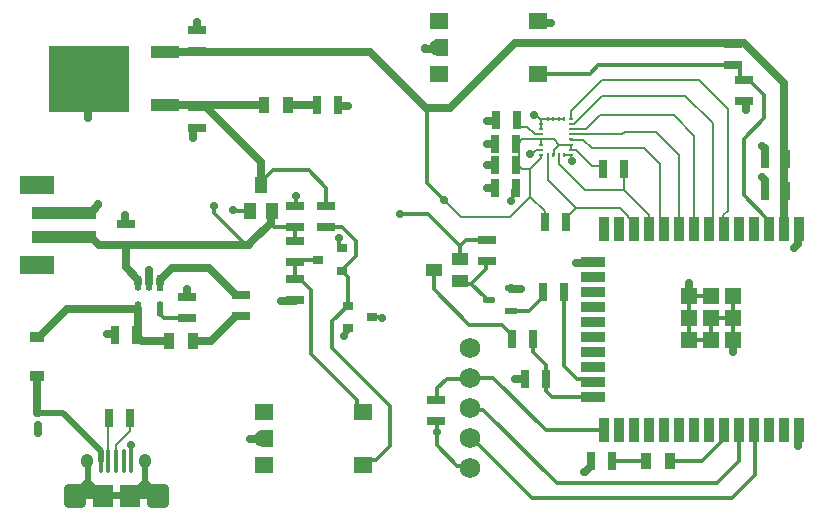
<source format=gtl>
G04*
G04 #@! TF.GenerationSoftware,Altium Limited,Altium Designer,22.6.1 (34)*
G04*
G04 Layer_Physical_Order=1*
G04 Layer_Color=255*
%FSLAX44Y44*%
%MOMM*%
G71*
G04*
G04 #@! TF.SameCoordinates,A7F95BF2-09E6-4EF4-AC3E-D413731AB972*
G04*
G04*
G04 #@! TF.FilePolarity,Positive*
G04*
G01*
G75*
%ADD13C,0.2000*%
%ADD16R,6.8000X5.5500*%
%ADD17R,2.4000X1.0000*%
%ADD18R,0.9000X2.0000*%
%ADD19R,2.0000X0.9000*%
%ADD20R,1.3300X1.3300*%
%ADD21R,1.5240X0.7620*%
%ADD22R,0.7620X1.5240*%
%ADD23C,1.2600*%
%ADD24R,1.6000X1.3950*%
%ADD25R,0.9000X0.8000*%
%ADD26R,0.3500X0.2300*%
%ADD27R,0.2300X0.3500*%
%ADD28R,0.9000X1.4500*%
%ADD29R,1.2200X0.9700*%
%ADD30R,1.4000X1.0000*%
G04:AMPARAMS|DCode=31|XSize=0.4mm|YSize=2mm|CornerRadius=0.1mm|HoleSize=0mm|Usage=FLASHONLY|Rotation=0.000|XOffset=0mm|YOffset=0mm|HoleType=Round|Shape=RoundedRectangle|*
%AMROUNDEDRECTD31*
21,1,0.4000,1.8000,0,0,0.0*
21,1,0.2000,2.0000,0,0,0.0*
1,1,0.2000,0.1000,-0.9000*
1,1,0.2000,-0.1000,-0.9000*
1,1,0.2000,-0.1000,0.9000*
1,1,0.2000,0.1000,0.9000*
%
%ADD31ROUNDEDRECTD31*%
%ADD32R,1.8000X1.9000*%
G04:AMPARAMS|DCode=33|XSize=1.0746mm|YSize=0.538mm|CornerRadius=0.269mm|HoleSize=0mm|Usage=FLASHONLY|Rotation=180.000|XOffset=0mm|YOffset=0mm|HoleType=Round|Shape=RoundedRectangle|*
%AMROUNDEDRECTD33*
21,1,1.0746,0.0000,0,0,180.0*
21,1,0.5366,0.5380,0,0,180.0*
1,1,0.5380,-0.2683,0.0000*
1,1,0.5380,0.2683,0.0000*
1,1,0.5380,0.2683,0.0000*
1,1,0.5380,-0.2683,0.0000*
%
%ADD33ROUNDEDRECTD33*%
%ADD34R,1.0746X0.5380*%
%ADD35R,0.5000X0.6000*%
%ADD36R,1.0000X1.4000*%
%ADD37R,3.0000X1.6000*%
%ADD38R,5.5000X1.0000*%
G04:AMPARAMS|DCode=39|XSize=1.3383mm|YSize=0.578mm|CornerRadius=0.289mm|HoleSize=0mm|Usage=FLASHONLY|Rotation=270.000|XOffset=0mm|YOffset=0mm|HoleType=Round|Shape=RoundedRectangle|*
%AMROUNDEDRECTD39*
21,1,1.3383,0.0000,0,0,270.0*
21,1,0.7603,0.5780,0,0,270.0*
1,1,0.5780,0.0000,-0.3802*
1,1,0.5780,0.0000,0.3802*
1,1,0.5780,0.0000,0.3802*
1,1,0.5780,0.0000,-0.3802*
%
%ADD39ROUNDEDRECTD39*%
%ADD40R,0.5780X1.3383*%
%ADD58C,0.7000*%
%ADD59C,0.3000*%
%ADD60C,0.5000*%
G04:AMPARAMS|DCode=61|XSize=1.25mm|YSize=1.05mm|CornerRadius=0.525mm|HoleSize=0mm|Usage=FLASHONLY|Rotation=270.000|XOffset=0mm|YOffset=0mm|HoleType=Round|Shape=RoundedRectangle|*
%AMROUNDEDRECTD61*
21,1,1.2500,0.0000,0,0,270.0*
21,1,0.2000,1.0500,0,0,270.0*
1,1,1.0500,0.0000,-0.1000*
1,1,1.0500,0.0000,0.1000*
1,1,1.0500,0.0000,0.1000*
1,1,1.0500,0.0000,-0.1000*
%
%ADD61ROUNDEDRECTD61*%
G04:AMPARAMS|DCode=62|XSize=2.1mm|YSize=1.9mm|CornerRadius=0.475mm|HoleSize=0mm|Usage=FLASHONLY|Rotation=270.000|XOffset=0mm|YOffset=0mm|HoleType=Round|Shape=RoundedRectangle|*
%AMROUNDEDRECTD62*
21,1,2.1000,0.9500,0,0,270.0*
21,1,1.1500,1.9000,0,0,270.0*
1,1,0.9500,-0.4750,-0.5750*
1,1,0.9500,-0.4750,0.5750*
1,1,0.9500,0.4750,0.5750*
1,1,0.9500,0.4750,-0.5750*
%
%ADD62ROUNDEDRECTD62*%
%ADD63C,1.7500*%
%ADD64C,0.7000*%
G36*
X685210Y654447D02*
Y637937D01*
X695370Y627777D01*
X718230D01*
X728390Y637937D01*
Y654447D01*
X733470D01*
Y637937D01*
X742360Y629047D01*
Y621427D01*
X671240D01*
Y629047D01*
X680130Y637937D01*
Y654447D01*
X685210D01*
D02*
G37*
G36*
X839846Y666060D02*
X830821Y666060D01*
X830134D01*
X828787Y666329D01*
X827517Y666854D01*
X826375Y667618D01*
X825403Y668589D01*
X824640Y669732D01*
X824114Y671001D01*
X823846Y672348D01*
Y673036D01*
D01*
Y673085D01*
Y673773D01*
X824114Y675120D01*
X824640Y676389D01*
X825403Y677532D01*
X826375Y678503D01*
X827517Y679267D01*
X828787Y679792D01*
X830134Y680061D01*
X830821D01*
Y680061D01*
X839846D01*
Y666060D01*
D02*
G37*
G36*
X988157Y997106D02*
X979132Y997106D01*
X978445D01*
X977097Y997374D01*
X975828Y997899D01*
X974685Y998663D01*
X973714Y999634D01*
X972951Y1000777D01*
X972425Y1002046D01*
X972157Y1003394D01*
Y1004081D01*
D01*
Y1004131D01*
Y1004818D01*
X972425Y1006165D01*
X972951Y1007434D01*
X973714Y1008577D01*
X974685Y1009548D01*
X975828Y1010312D01*
X977097Y1010837D01*
X978445Y1011106D01*
X979132D01*
Y1011106D01*
X988157D01*
Y997106D01*
D02*
G37*
D13*
X1045884Y939347D02*
X1048694Y936537D01*
X1045884Y939347D02*
Y942234D01*
X1048694Y936537D02*
X1055108D01*
X1061218Y930427D01*
X984354Y874927D02*
Y874927D01*
Y874927D02*
X998675Y860605D01*
X1040625D02*
X1041797Y861777D01*
Y861938D01*
X998675Y860605D02*
X1040625D01*
X1061970Y917527D02*
X1066720D01*
X1058525Y914082D02*
X1061970Y917527D01*
X1057618Y914082D02*
X1058525D01*
X1041797Y861938D02*
X1057493Y877634D01*
Y901480D01*
Y877634D02*
X1069610Y865517D01*
Y856788D02*
X1070330Y856068D01*
X1069610Y856788D02*
Y865517D01*
X1047367Y904290D02*
X1050177Y901480D01*
X1047367Y904290D02*
Y904335D01*
X1050177Y901480D02*
X1057493D01*
X1050355Y926127D02*
X1066720D01*
X1047545Y923317D02*
X1050355Y926127D01*
X1047545Y904513D02*
Y923317D01*
X1066720Y921827D02*
Y926127D01*
X1047367Y904335D02*
X1047545Y904513D01*
X1061218Y930427D02*
X1066720D01*
X1066120Y943327D02*
X1066720D01*
X1063990Y945458D02*
X1066120Y943327D01*
X1061658Y945458D02*
X1063990D01*
X1060701Y946414D02*
X1061658Y945458D01*
X1092114Y908540D02*
X1092508Y908146D01*
X1091720Y913227D02*
X1091964D01*
X1092114Y913077D01*
Y908540D02*
Y913077D01*
X1066720Y939027D02*
Y943327D01*
Y934727D02*
Y939027D01*
X1081370Y943327D02*
X1085670D01*
X1077070D02*
X1081370D01*
X1072770D02*
X1077070D01*
X1066720D02*
X1072770D01*
X1085670Y913227D02*
X1091720D01*
X854534Y870038D02*
X858344D01*
X707110Y654597D02*
Y667098D01*
X718890Y678879D01*
X706800Y654287D02*
X707110Y654597D01*
X718890Y678879D02*
Y690000D01*
X700300Y654287D02*
Y689190D01*
X701110Y690000D01*
X1117782Y976230D02*
X1200375D01*
X1091720Y943327D02*
Y950168D01*
X1117782Y976230D01*
X1200375D02*
X1224852Y951754D01*
Y865712D02*
Y951754D01*
X1220969Y861828D02*
X1224852Y865712D01*
X1118258Y963023D02*
X1188870D01*
X1096470Y941236D02*
X1118258Y963023D01*
X1188870D02*
X1211881Y940012D01*
Y852681D02*
Y940012D01*
X1209200Y850000D02*
X1211881Y852681D01*
X1178864Y946515D02*
X1196316Y929063D01*
Y850184D02*
X1196500Y850000D01*
X1196316Y850184D02*
Y929063D01*
X1116623Y946515D02*
X1178864D01*
X1104985Y934877D02*
X1116623Y946515D01*
X1183580Y850220D02*
X1183800Y850000D01*
X1163534Y932836D02*
X1183580Y912790D01*
Y850220D02*
Y912790D01*
X1137607Y932836D02*
X1163534D01*
X1135349Y930577D02*
X1137607Y932836D01*
X1154081Y918706D02*
X1167072Y905715D01*
Y859528D02*
Y905715D01*
X1109613Y918706D02*
X1154081D01*
X1171100Y850000D02*
Y855500D01*
X1167072Y859528D02*
X1171100Y855500D01*
X1057493Y901480D02*
X1066408Y910396D01*
X1066558Y913227D02*
X1066720D01*
X1066408Y913077D02*
X1066558Y913227D01*
X1066408Y910396D02*
Y913077D01*
X1136714Y883286D02*
X1158172Y861828D01*
X1136439Y883561D02*
X1136714Y883286D01*
X1136439Y883561D02*
Y900770D01*
X1109311Y904050D02*
X1115849D01*
X1118659Y900770D02*
Y901240D01*
X1091870Y917377D02*
X1095983D01*
X1109311Y904050D01*
X1115849D02*
X1118659Y901240D01*
X1091720Y917527D02*
X1091870Y917377D01*
X1081370Y905580D02*
X1103664Y883286D01*
X1136714D01*
X1102342Y925977D02*
X1109613Y918706D01*
X1091870Y934877D02*
X1104985D01*
X1091870Y925977D02*
X1102342D01*
X1091870Y930577D02*
X1135349D01*
X1091720Y930427D02*
X1091870Y930577D01*
X1091720Y926127D02*
X1091870Y925977D01*
X1091720Y934727D02*
X1091870Y934877D01*
X1220969Y850931D02*
X1221900Y850000D01*
X1220969Y850931D02*
Y861828D01*
X1094713Y939177D02*
X1096470Y940935D01*
X1091720Y939027D02*
X1091870Y939177D01*
X1094713D01*
X1096470Y940935D02*
Y941236D01*
X1088110Y859878D02*
X1096425Y868194D01*
Y868333D01*
X1088110Y856068D02*
Y859878D01*
X1072770Y891988D02*
Y913227D01*
X1096425Y868333D02*
X1133410D01*
X1072770Y891988D02*
X1096425Y868333D01*
X1077220Y917602D02*
X1081445Y921827D01*
X1077220Y913377D02*
Y917602D01*
X1077070Y913227D02*
X1077220Y913377D01*
X1091720Y917527D02*
Y921827D01*
X1077145Y926127D02*
X1081445Y921827D01*
X1066720Y926127D02*
X1077145D01*
X1081445Y921827D02*
X1091720D01*
X1081370Y905580D02*
Y913227D01*
X1133410Y868333D02*
X1140500Y861243D01*
Y860700D02*
X1145700Y855500D01*
X1140500Y860700D02*
Y861243D01*
X1145700Y850000D02*
Y855500D01*
X1158172Y850228D02*
X1158400Y850000D01*
X1158172Y850228D02*
Y861828D01*
D16*
X684070Y977700D02*
D03*
D17*
X748070Y1000500D02*
D03*
Y954900D02*
D03*
D18*
X1285400Y850000D02*
D03*
X1272700D02*
D03*
X1260000D02*
D03*
X1247300D02*
D03*
X1234600D02*
D03*
X1221900D02*
D03*
X1209200D02*
D03*
X1196500D02*
D03*
X1183800D02*
D03*
X1171100D02*
D03*
X1158400D02*
D03*
X1145700D02*
D03*
X1133000D02*
D03*
X1120300D02*
D03*
Y680000D02*
D03*
X1133000D02*
D03*
X1145700D02*
D03*
X1158400D02*
D03*
X1171100D02*
D03*
X1183800D02*
D03*
X1196500D02*
D03*
X1209200D02*
D03*
X1221900D02*
D03*
X1234600D02*
D03*
X1247300D02*
D03*
X1260000D02*
D03*
X1272700D02*
D03*
X1285400D02*
D03*
D19*
X1110300Y822150D02*
D03*
Y809450D02*
D03*
Y796750D02*
D03*
Y784050D02*
D03*
Y771350D02*
D03*
Y758650D02*
D03*
Y745950D02*
D03*
Y733250D02*
D03*
Y720550D02*
D03*
Y707850D02*
D03*
D20*
X1228750Y793350D02*
D03*
Y775000D02*
D03*
Y756650D02*
D03*
X1210400Y793350D02*
D03*
Y775000D02*
D03*
Y756650D02*
D03*
X1192050Y793350D02*
D03*
Y775000D02*
D03*
Y756650D02*
D03*
D21*
X1229093Y1006949D02*
D03*
Y989169D02*
D03*
X977964Y687610D02*
D03*
Y705390D02*
D03*
X1020876Y840687D02*
D03*
Y822907D02*
D03*
X1238520Y958901D02*
D03*
Y976681D02*
D03*
X884618Y852258D02*
D03*
Y870038D02*
D03*
X858344Y822172D02*
D03*
Y839952D02*
D03*
Y870038D02*
D03*
Y852258D02*
D03*
Y807667D02*
D03*
Y789887D02*
D03*
X775062Y1018731D02*
D03*
Y1000951D02*
D03*
X766565Y792354D02*
D03*
Y774574D02*
D03*
X775180Y953261D02*
D03*
Y935481D02*
D03*
X715080Y854817D02*
D03*
Y837037D02*
D03*
X812259Y794209D02*
D03*
Y776429D02*
D03*
D22*
X1045548Y904158D02*
D03*
X1027768D02*
D03*
X1045884Y942234D02*
D03*
X1028104D02*
D03*
X1027694Y885346D02*
D03*
X1045474D02*
D03*
X1052628Y723639D02*
D03*
X1070408D02*
D03*
X1136439Y900770D02*
D03*
X1118659D02*
D03*
X1088110Y856068D02*
D03*
X1070330D02*
D03*
X1085988Y796789D02*
D03*
X1068208D02*
D03*
X1041832Y756862D02*
D03*
X1059612D02*
D03*
X1256183Y882610D02*
D03*
X1273963D02*
D03*
X1256183Y909493D02*
D03*
X1273963D02*
D03*
X1027768Y922599D02*
D03*
X1045548D02*
D03*
X1126607Y653628D02*
D03*
X1108827D02*
D03*
X701110Y690000D02*
D03*
X718890D02*
D03*
X706190Y760417D02*
D03*
X723970D02*
D03*
X894802Y955354D02*
D03*
X877022D02*
D03*
D23*
X832511Y673061D02*
D03*
X980821Y1004106D02*
D03*
D24*
X831846Y650585D02*
D03*
Y695536D02*
D03*
X915946D02*
D03*
Y650585D02*
D03*
X980157Y981631D02*
D03*
Y1026581D02*
D03*
X1064257D02*
D03*
Y981631D02*
D03*
D25*
X897946Y814984D02*
D03*
Y833984D02*
D03*
X877946Y824483D02*
D03*
X903441Y785180D02*
D03*
Y766180D02*
D03*
X923441Y775680D02*
D03*
D26*
X1066720Y913227D02*
D03*
Y917527D02*
D03*
Y921827D02*
D03*
Y926127D02*
D03*
Y930427D02*
D03*
Y934727D02*
D03*
Y939027D02*
D03*
Y943327D02*
D03*
X1091720D02*
D03*
Y939027D02*
D03*
Y934727D02*
D03*
Y930427D02*
D03*
Y926127D02*
D03*
Y921827D02*
D03*
Y917527D02*
D03*
Y913227D02*
D03*
D27*
X1072770D02*
D03*
Y943327D02*
D03*
X1077070D02*
D03*
X1081370D02*
D03*
X1085670D02*
D03*
X1077070Y913227D02*
D03*
X1081370D02*
D03*
X1085670D02*
D03*
D28*
X1155709Y654215D02*
D03*
X1175709D02*
D03*
X852172Y955354D02*
D03*
X832172D02*
D03*
X771919Y755359D02*
D03*
X751919D02*
D03*
D29*
X640125Y758707D02*
D03*
Y725907D02*
D03*
D30*
X975864Y815483D02*
D03*
X997864Y824983D02*
D03*
Y805983D02*
D03*
D31*
X719800Y654287D02*
D03*
X713300D02*
D03*
X706800D02*
D03*
X700300D02*
D03*
X693800D02*
D03*
D32*
X695300Y624287D02*
D03*
X718300D02*
D03*
D33*
X1022328Y790451D02*
D03*
X1041028Y799951D02*
D03*
D34*
Y780951D02*
D03*
D35*
X640537Y694138D02*
D03*
Y684138D02*
D03*
D36*
X829535Y887682D02*
D03*
X839035Y865682D02*
D03*
X820035D02*
D03*
D37*
X640125Y887945D02*
D03*
Y819945D02*
D03*
D38*
X662625Y843945D02*
D03*
Y863945D02*
D03*
D39*
X744270Y782628D02*
D03*
X725270D02*
D03*
Y804952D02*
D03*
X734770D02*
D03*
D40*
X744270D02*
D03*
D58*
Y807533D01*
X753849Y817113D01*
X785546D01*
X821102Y838898D02*
X837535Y855331D01*
X819241Y837037D02*
X821102Y838898D01*
X837535Y864182D02*
X839035Y865682D01*
X837535Y855331D02*
Y864182D01*
X1027694Y885237D02*
Y885346D01*
X1021046Y884927D02*
X1027384D01*
X1027694Y885237D01*
X1020833Y904277D02*
X1027458D01*
X1027500Y904319D01*
Y904426D01*
X1020727Y922671D02*
X1027697D01*
X1027768Y922599D01*
X979793Y1003077D02*
X980821Y1004106D01*
X968517Y1003158D02*
X968597Y1003077D01*
X979793D01*
X1021005Y941668D02*
X1027794D01*
X1028104Y941978D02*
Y942234D01*
X1027794Y941668D02*
X1028104Y941978D01*
X1253459Y894081D02*
X1255873Y891666D01*
Y882920D02*
Y891666D01*
Y882920D02*
X1256183Y882610D01*
X1254034Y920740D02*
X1255873Y918901D01*
Y909803D02*
X1256183Y909493D01*
X1255873Y909803D02*
Y918901D01*
X1239767Y950741D02*
Y957654D01*
X1064257Y1026581D02*
X1065742Y1025096D01*
X1075355D01*
X1103457Y644448D02*
X1108827Y649818D01*
X1102829Y644448D02*
X1103457D01*
X1108827Y649818D02*
Y653628D01*
X1284400Y666637D02*
Y679000D01*
X1283926Y666163D02*
X1284400Y666637D01*
Y679000D02*
X1285400Y680000D01*
X1228750Y756650D02*
X1229132Y756268D01*
Y745910D02*
Y756268D01*
X1192050Y793350D02*
X1192075Y793375D01*
Y804251D01*
X1280412Y834018D02*
X1283900Y837506D01*
Y848500D01*
X1096172Y821908D02*
X1110058D01*
X1110300Y822150D01*
X1041028Y799951D02*
X1041115Y799864D01*
X1049337D01*
X1044429Y723392D02*
X1052381D01*
X1052628Y723639D01*
X831761Y672310D02*
X832511Y673061D01*
X820231Y672310D02*
X831761D01*
X640518Y677385D02*
Y684119D01*
X640527Y684129D01*
X846796Y789636D02*
X858093D01*
X858219Y789762D01*
X698901Y761212D02*
X705880D01*
X706190Y760417D02*
Y760902D01*
X705880Y761212D02*
X706190Y760902D01*
X766445Y792473D02*
Y799688D01*
Y792473D02*
X766565Y792354D01*
X734770Y804952D02*
X734781Y804963D01*
Y815281D01*
X771785Y935171D02*
X772095Y935481D01*
X775180D01*
X771785Y927435D02*
Y935171D01*
X895112Y954185D02*
X902733D01*
X894802Y954495D02*
Y955354D01*
Y954495D02*
X895112Y954185D01*
X775062Y1018731D02*
X775380D01*
X775690Y1019041D01*
Y1025244D01*
X989133Y952399D02*
X1044882Y1008148D01*
X1229093D01*
X748524Y955354D02*
X782041D01*
X1229093Y1008148D02*
X1238098D01*
X1272700Y905022D02*
Y946016D01*
Y850000D02*
Y879096D01*
Y905022D01*
X1238098Y1008148D02*
X1272700Y973546D01*
Y946016D02*
Y973546D01*
X691761Y870581D02*
Y871278D01*
X685125Y863945D02*
X691761Y870581D01*
X662625Y863945D02*
X685125D01*
X714368Y855127D02*
X714678Y854817D01*
X715080D01*
X714368Y855127D02*
Y862262D01*
X682702Y944544D02*
Y976332D01*
X684070Y977700D01*
X781587Y954900D02*
X782041Y955354D01*
X832172D01*
X781587Y954900D02*
X829535Y906953D01*
Y889682D02*
Y906953D01*
X969554Y952399D02*
X989133D01*
X852172Y955354D02*
X877022D01*
X775180Y953261D02*
X778989D01*
X755070Y1000500D02*
X921452D01*
X748070D02*
X755070D01*
X921452D02*
X969554Y952399D01*
X829535Y887682D02*
Y889682D01*
X715080Y837037D02*
X819241D01*
X785546Y817113D02*
X808449Y794209D01*
X812259D01*
X787379Y755359D02*
X808449Y776429D01*
X771919Y755359D02*
X787379D01*
X808449Y776429D02*
X812259D01*
X725270Y758926D02*
X728836Y755359D01*
X751919D01*
X725270Y758926D02*
Y782628D01*
X641375Y758707D02*
X665296Y782628D01*
X725270D01*
X640125Y758707D02*
X641375D01*
X715080Y817723D02*
X725270Y807533D01*
Y804952D02*
Y807533D01*
X715080Y817723D02*
Y837037D01*
X692033D02*
X715080D01*
X662625Y843945D02*
X685125D01*
X692033Y837037D01*
X640125Y694549D02*
X640537Y694138D01*
X640125Y694549D02*
Y725907D01*
D59*
X747417Y774668D02*
X766471D01*
X744270Y782628D02*
X744801Y782096D01*
Y777283D02*
X747417Y774668D01*
X744801Y777283D02*
Y782096D01*
X806120Y866783D02*
X807221Y865682D01*
X820035D01*
X790000Y863687D02*
X816650Y837037D01*
X790000Y863687D02*
Y870000D01*
X840607Y852258D02*
X858344D01*
X837535Y855331D02*
X840607Y852258D01*
X1005839Y769122D02*
X1033382D01*
X1041832Y760672D01*
X975864Y799098D02*
X1005839Y769122D01*
X1041832Y756862D02*
Y760672D01*
X975864Y799098D02*
Y815483D01*
X1001785Y804062D02*
X1003266Y802581D01*
Y804062D02*
X1007606D01*
X1001785D02*
X1003266D01*
X1019899Y820600D02*
X1022207Y822907D01*
X1007606Y804062D02*
X1019899Y816355D01*
Y820600D01*
X1007606Y804062D02*
X1019190Y792478D01*
X1002892Y840687D02*
X1022207D01*
X997864Y835658D02*
X1002892Y840687D01*
X997864Y824983D02*
Y835658D01*
X970898Y862624D02*
X997864Y835658D01*
X947088Y862624D02*
X970898D01*
X984354Y874927D02*
X984354D01*
X969674Y889606D02*
X984354Y874927D01*
X969674Y889606D02*
Y952279D01*
X1283900Y848500D02*
X1285400Y850000D01*
X1235091Y978991D02*
X1237401Y976681D01*
X1235091Y978991D02*
Y986859D01*
X1233122Y988828D02*
X1235091Y986859D01*
X1115067Y988828D02*
X1233122D01*
X1237401Y976681D02*
X1242330D01*
X1257000Y853000D02*
Y859809D01*
X1238025Y878785D02*
Y926492D01*
Y878785D02*
X1257000Y859809D01*
Y853000D02*
X1260000Y850000D01*
X1238025Y926492D02*
X1255479Y943946D01*
X1242330Y976681D02*
X1255479Y963532D01*
Y943946D02*
Y963532D01*
X1107869Y981631D02*
X1115067Y988828D01*
X923441Y775680D02*
X923644Y775477D01*
X931897D01*
X932101Y775273D01*
X858344Y870038D02*
X858922Y870615D01*
Y878004D01*
X1041297Y875251D02*
X1043164Y877118D01*
X1041297Y874169D02*
Y875251D01*
X1043164Y883036D02*
X1045474Y885346D01*
X1043164Y877118D02*
Y883036D01*
X1027500Y904426D02*
X1027768Y904158D01*
X995596Y649946D02*
X1005022D01*
X1006678Y648290D01*
X978123Y667419D02*
Y678156D01*
Y667419D02*
X995596Y649946D01*
X978123Y678156D02*
Y687451D01*
X977964Y687610D02*
X978123Y687451D01*
X640527Y684129D02*
X640537Y684138D01*
X719725Y654361D02*
X719800Y654287D01*
X719725Y654361D02*
Y667775D01*
X719651Y667849D02*
X719725Y667775D01*
X895764Y836165D02*
Y842432D01*
Y836165D02*
X897946Y833984D01*
X858219Y789762D02*
X858344Y789887D01*
X900000Y760000D02*
X903441Y763441D01*
Y766180D01*
X978839Y715935D02*
X986616Y723712D01*
X977964Y705390D02*
X978839Y706264D01*
Y715935D01*
X986616Y723712D02*
X1005900D01*
X1006678Y724490D01*
X890000Y749245D02*
Y772239D01*
X902941Y785180D01*
X862154Y807667D02*
X871567Y798255D01*
Y744679D02*
Y798255D01*
Y744679D02*
X910993Y705253D01*
X1234005Y653841D02*
Y679123D01*
X1215451Y635286D02*
X1234005Y653841D01*
X1079672Y635286D02*
X1215451D01*
X1017642Y697316D02*
X1079672Y635286D01*
X1227964Y622481D02*
X1247515Y642033D01*
X1059296Y622481D02*
X1227964D01*
X1008087Y673690D02*
X1059296Y622481D01*
X1228750Y756650D02*
Y775000D01*
X1192050D02*
Y793350D01*
X1210400Y756650D02*
Y775000D01*
X1192050Y756650D02*
X1210400D01*
X1192050D02*
Y775000D01*
X1210400D02*
X1228750D01*
Y793350D01*
X1192050D02*
X1210400D01*
X1238520Y958901D02*
X1239767Y957654D01*
X939110Y666947D02*
Y700136D01*
X890000Y749245D02*
X939110Y700136D01*
X915946Y650585D02*
X919887Y654526D01*
X926689D01*
X939110Y666947D01*
X902941Y785180D02*
X903441D01*
X910993Y700489D02*
X915946Y695536D01*
X910993Y700489D02*
Y705253D01*
X858344Y807667D02*
X862154D01*
X903441Y785180D02*
Y809988D01*
X898446Y814984D02*
X903441Y809988D01*
X897742Y852258D02*
X910000Y840000D01*
X884618Y852258D02*
X897742D01*
X900946Y817484D02*
Y817984D01*
X910000Y827038D01*
X898446Y814984D02*
X900946Y817484D01*
X910000Y827038D02*
Y840000D01*
X858344Y822172D02*
X862154D01*
X864466Y824483D02*
X877946D01*
X862154Y822172D02*
X864466Y824483D01*
X858344Y807667D02*
Y822172D01*
X839853Y900000D02*
X870000D01*
X829535Y889682D02*
X839853Y900000D01*
X870000D02*
X884618Y885382D01*
Y870038D02*
Y885382D01*
X858344Y839952D02*
Y852258D01*
X1096609Y723550D02*
X1107300D01*
X1085988Y734171D02*
Y796789D01*
Y734171D02*
X1096609Y723550D01*
X1107300D02*
X1110300Y720550D01*
X1041028Y780951D02*
X1056180D01*
X1068208Y792979D02*
Y796789D01*
X1056180Y780951D02*
X1068208Y792979D01*
X1070408Y713152D02*
X1075710Y707850D01*
X1110300D01*
X1070408Y713152D02*
Y735551D01*
X1059612Y746346D02*
X1070408Y735551D01*
X1059612Y746346D02*
Y756862D01*
X999864Y805983D02*
X1001785Y804062D01*
X1019190Y791550D02*
X1020289Y790451D01*
X1022328D01*
X1019190Y791550D02*
Y792478D01*
X999864Y805983D02*
X1001785Y804062D01*
X997864Y805983D02*
X999864D01*
X1064257Y981631D02*
X1107869D01*
X1006678Y724490D02*
X1006901Y724267D01*
X1006678Y673690D02*
X1008087D01*
X1008452Y697316D02*
X1017642D01*
X1006678Y699090D02*
X1008452Y697316D01*
X1006901Y724267D02*
X1026161D01*
X1070428Y680000D02*
X1120300D01*
X1026161Y724267D02*
X1070428Y680000D01*
X1202865Y654215D02*
X1218900Y670250D01*
Y677000D02*
X1221900Y680000D01*
X1175709Y654215D02*
X1202865D01*
X1218900Y670250D02*
Y677000D01*
X1155121Y653628D02*
X1155709Y654215D01*
X1126607Y653628D02*
X1155121D01*
X1247515Y642033D02*
Y679785D01*
X1234005Y679123D02*
X1234741Y679859D01*
X1247300Y680000D02*
X1247515Y679785D01*
X1120300Y680000D02*
X1120300Y680000D01*
D60*
X640537Y694138D02*
X661949D01*
X693800Y662287D01*
Y654287D02*
Y662287D01*
D61*
X731050Y654287D02*
D03*
X682550D02*
D03*
D62*
X741925Y624287D02*
D03*
X671675D02*
D03*
D63*
X1006678Y749890D02*
D03*
Y699090D02*
D03*
Y724490D02*
D03*
Y673690D02*
D03*
Y648290D02*
D03*
D64*
X806120Y866783D02*
D03*
X1021046Y884927D02*
D03*
X1020833Y904277D02*
D03*
X1020727Y922671D02*
D03*
X947088Y862624D02*
D03*
X984354Y874927D02*
D03*
X968517Y1003158D02*
D03*
X1021005Y941668D02*
D03*
X790000Y870000D02*
D03*
X932101Y775273D02*
D03*
X858922Y878004D02*
D03*
X1057618Y914082D02*
D03*
X1041297Y874169D02*
D03*
X978123Y678156D02*
D03*
X1280412Y834018D02*
D03*
X1060701Y946414D02*
D03*
X640518Y677385D02*
D03*
X719651Y667849D02*
D03*
X698901Y761212D02*
D03*
X766445Y799688D02*
D03*
X734781Y815281D02*
D03*
X691761Y871278D02*
D03*
X714368Y862262D02*
D03*
X682702Y944544D02*
D03*
X902733Y954185D02*
D03*
X775690Y1025244D02*
D03*
X771785Y927435D02*
D03*
X895764Y842432D02*
D03*
X846796Y789636D02*
D03*
X820231Y672310D02*
D03*
X900000Y760000D02*
D03*
X1075355Y1025096D02*
D03*
X1092508Y908146D02*
D03*
X1049337Y799864D02*
D03*
X1044429Y723392D02*
D03*
X1102829Y644448D02*
D03*
X1283926Y666163D02*
D03*
X1192075Y804251D02*
D03*
X1229132Y745910D02*
D03*
X1096172Y821908D02*
D03*
X1239767Y950741D02*
D03*
X1253459Y894081D02*
D03*
X1254034Y920740D02*
D03*
M02*

</source>
